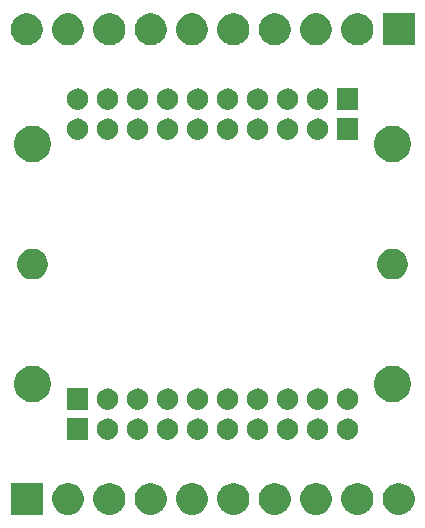
<source format=gbr>
G04 #@! TF.GenerationSoftware,KiCad,Pcbnew,5.1.5+dfsg1-2build2*
G04 #@! TF.CreationDate,2022-09-28T16:30:02-05:00*
G04 #@! TF.ProjectId,C12,4331322e-6b69-4636-9164-5f7063625858,rev?*
G04 #@! TF.SameCoordinates,Original*
G04 #@! TF.FileFunction,Soldermask,Top*
G04 #@! TF.FilePolarity,Negative*
%FSLAX46Y46*%
G04 Gerber Fmt 4.6, Leading zero omitted, Abs format (unit mm)*
G04 Created by KiCad (PCBNEW 5.1.5+dfsg1-2build2) date 2022-09-28 16:30:02*
%MOMM*%
%LPD*%
G04 APERTURE LIST*
%ADD10C,0.100000*%
G04 APERTURE END LIST*
D10*
G36*
X55194072Y-62708918D02*
G01*
X55439939Y-62810759D01*
X55661212Y-62958610D01*
X55849390Y-63146788D01*
X55997241Y-63368061D01*
X56099082Y-63613928D01*
X56151000Y-63874938D01*
X56151000Y-64141062D01*
X56099082Y-64402072D01*
X55997241Y-64647939D01*
X55849390Y-64869212D01*
X55661212Y-65057390D01*
X55439939Y-65205241D01*
X55439938Y-65205242D01*
X55439937Y-65205242D01*
X55194072Y-65307082D01*
X54933063Y-65359000D01*
X54666937Y-65359000D01*
X54405928Y-65307082D01*
X54160063Y-65205242D01*
X54160062Y-65205242D01*
X54160061Y-65205241D01*
X53938788Y-65057390D01*
X53750610Y-64869212D01*
X53602759Y-64647939D01*
X53500918Y-64402072D01*
X53449000Y-64141062D01*
X53449000Y-63874938D01*
X53500918Y-63613928D01*
X53602759Y-63368061D01*
X53750610Y-63146788D01*
X53938788Y-62958610D01*
X54160061Y-62810759D01*
X54405928Y-62708918D01*
X54666937Y-62657000D01*
X54933063Y-62657000D01*
X55194072Y-62708918D01*
G37*
G36*
X51694072Y-62708918D02*
G01*
X51939939Y-62810759D01*
X52161212Y-62958610D01*
X52349390Y-63146788D01*
X52497241Y-63368061D01*
X52599082Y-63613928D01*
X52651000Y-63874938D01*
X52651000Y-64141062D01*
X52599082Y-64402072D01*
X52497241Y-64647939D01*
X52349390Y-64869212D01*
X52161212Y-65057390D01*
X51939939Y-65205241D01*
X51939938Y-65205242D01*
X51939937Y-65205242D01*
X51694072Y-65307082D01*
X51433063Y-65359000D01*
X51166937Y-65359000D01*
X50905928Y-65307082D01*
X50660063Y-65205242D01*
X50660062Y-65205242D01*
X50660061Y-65205241D01*
X50438788Y-65057390D01*
X50250610Y-64869212D01*
X50102759Y-64647939D01*
X50000918Y-64402072D01*
X49949000Y-64141062D01*
X49949000Y-63874938D01*
X50000918Y-63613928D01*
X50102759Y-63368061D01*
X50250610Y-63146788D01*
X50438788Y-62958610D01*
X50660061Y-62810759D01*
X50905928Y-62708918D01*
X51166937Y-62657000D01*
X51433063Y-62657000D01*
X51694072Y-62708918D01*
G37*
G36*
X48194072Y-62708918D02*
G01*
X48439939Y-62810759D01*
X48661212Y-62958610D01*
X48849390Y-63146788D01*
X48997241Y-63368061D01*
X49099082Y-63613928D01*
X49151000Y-63874938D01*
X49151000Y-64141062D01*
X49099082Y-64402072D01*
X48997241Y-64647939D01*
X48849390Y-64869212D01*
X48661212Y-65057390D01*
X48439939Y-65205241D01*
X48439938Y-65205242D01*
X48439937Y-65205242D01*
X48194072Y-65307082D01*
X47933063Y-65359000D01*
X47666937Y-65359000D01*
X47405928Y-65307082D01*
X47160063Y-65205242D01*
X47160062Y-65205242D01*
X47160061Y-65205241D01*
X46938788Y-65057390D01*
X46750610Y-64869212D01*
X46602759Y-64647939D01*
X46500918Y-64402072D01*
X46449000Y-64141062D01*
X46449000Y-63874938D01*
X46500918Y-63613928D01*
X46602759Y-63368061D01*
X46750610Y-63146788D01*
X46938788Y-62958610D01*
X47160061Y-62810759D01*
X47405928Y-62708918D01*
X47666937Y-62657000D01*
X47933063Y-62657000D01*
X48194072Y-62708918D01*
G37*
G36*
X44694072Y-62708918D02*
G01*
X44939939Y-62810759D01*
X45161212Y-62958610D01*
X45349390Y-63146788D01*
X45497241Y-63368061D01*
X45599082Y-63613928D01*
X45651000Y-63874938D01*
X45651000Y-64141062D01*
X45599082Y-64402072D01*
X45497241Y-64647939D01*
X45349390Y-64869212D01*
X45161212Y-65057390D01*
X44939939Y-65205241D01*
X44939938Y-65205242D01*
X44939937Y-65205242D01*
X44694072Y-65307082D01*
X44433063Y-65359000D01*
X44166937Y-65359000D01*
X43905928Y-65307082D01*
X43660063Y-65205242D01*
X43660062Y-65205242D01*
X43660061Y-65205241D01*
X43438788Y-65057390D01*
X43250610Y-64869212D01*
X43102759Y-64647939D01*
X43000918Y-64402072D01*
X42949000Y-64141062D01*
X42949000Y-63874938D01*
X43000918Y-63613928D01*
X43102759Y-63368061D01*
X43250610Y-63146788D01*
X43438788Y-62958610D01*
X43660061Y-62810759D01*
X43905928Y-62708918D01*
X44166937Y-62657000D01*
X44433063Y-62657000D01*
X44694072Y-62708918D01*
G37*
G36*
X41194072Y-62708918D02*
G01*
X41439939Y-62810759D01*
X41661212Y-62958610D01*
X41849390Y-63146788D01*
X41997241Y-63368061D01*
X42099082Y-63613928D01*
X42151000Y-63874938D01*
X42151000Y-64141062D01*
X42099082Y-64402072D01*
X41997241Y-64647939D01*
X41849390Y-64869212D01*
X41661212Y-65057390D01*
X41439939Y-65205241D01*
X41439938Y-65205242D01*
X41439937Y-65205242D01*
X41194072Y-65307082D01*
X40933063Y-65359000D01*
X40666937Y-65359000D01*
X40405928Y-65307082D01*
X40160063Y-65205242D01*
X40160062Y-65205242D01*
X40160061Y-65205241D01*
X39938788Y-65057390D01*
X39750610Y-64869212D01*
X39602759Y-64647939D01*
X39500918Y-64402072D01*
X39449000Y-64141062D01*
X39449000Y-63874938D01*
X39500918Y-63613928D01*
X39602759Y-63368061D01*
X39750610Y-63146788D01*
X39938788Y-62958610D01*
X40160061Y-62810759D01*
X40405928Y-62708918D01*
X40666937Y-62657000D01*
X40933063Y-62657000D01*
X41194072Y-62708918D01*
G37*
G36*
X37694072Y-62708918D02*
G01*
X37939939Y-62810759D01*
X38161212Y-62958610D01*
X38349390Y-63146788D01*
X38497241Y-63368061D01*
X38599082Y-63613928D01*
X38651000Y-63874938D01*
X38651000Y-64141062D01*
X38599082Y-64402072D01*
X38497241Y-64647939D01*
X38349390Y-64869212D01*
X38161212Y-65057390D01*
X37939939Y-65205241D01*
X37939938Y-65205242D01*
X37939937Y-65205242D01*
X37694072Y-65307082D01*
X37433063Y-65359000D01*
X37166937Y-65359000D01*
X36905928Y-65307082D01*
X36660063Y-65205242D01*
X36660062Y-65205242D01*
X36660061Y-65205241D01*
X36438788Y-65057390D01*
X36250610Y-64869212D01*
X36102759Y-64647939D01*
X36000918Y-64402072D01*
X35949000Y-64141062D01*
X35949000Y-63874938D01*
X36000918Y-63613928D01*
X36102759Y-63368061D01*
X36250610Y-63146788D01*
X36438788Y-62958610D01*
X36660061Y-62810759D01*
X36905928Y-62708918D01*
X37166937Y-62657000D01*
X37433063Y-62657000D01*
X37694072Y-62708918D01*
G37*
G36*
X30694072Y-62708918D02*
G01*
X30939939Y-62810759D01*
X31161212Y-62958610D01*
X31349390Y-63146788D01*
X31497241Y-63368061D01*
X31599082Y-63613928D01*
X31651000Y-63874938D01*
X31651000Y-64141062D01*
X31599082Y-64402072D01*
X31497241Y-64647939D01*
X31349390Y-64869212D01*
X31161212Y-65057390D01*
X30939939Y-65205241D01*
X30939938Y-65205242D01*
X30939937Y-65205242D01*
X30694072Y-65307082D01*
X30433063Y-65359000D01*
X30166937Y-65359000D01*
X29905928Y-65307082D01*
X29660063Y-65205242D01*
X29660062Y-65205242D01*
X29660061Y-65205241D01*
X29438788Y-65057390D01*
X29250610Y-64869212D01*
X29102759Y-64647939D01*
X29000918Y-64402072D01*
X28949000Y-64141062D01*
X28949000Y-63874938D01*
X29000918Y-63613928D01*
X29102759Y-63368061D01*
X29250610Y-63146788D01*
X29438788Y-62958610D01*
X29660061Y-62810759D01*
X29905928Y-62708918D01*
X30166937Y-62657000D01*
X30433063Y-62657000D01*
X30694072Y-62708918D01*
G37*
G36*
X27194072Y-62708918D02*
G01*
X27439939Y-62810759D01*
X27661212Y-62958610D01*
X27849390Y-63146788D01*
X27997241Y-63368061D01*
X28099082Y-63613928D01*
X28151000Y-63874938D01*
X28151000Y-64141062D01*
X28099082Y-64402072D01*
X27997241Y-64647939D01*
X27849390Y-64869212D01*
X27661212Y-65057390D01*
X27439939Y-65205241D01*
X27439938Y-65205242D01*
X27439937Y-65205242D01*
X27194072Y-65307082D01*
X26933063Y-65359000D01*
X26666937Y-65359000D01*
X26405928Y-65307082D01*
X26160063Y-65205242D01*
X26160062Y-65205242D01*
X26160061Y-65205241D01*
X25938788Y-65057390D01*
X25750610Y-64869212D01*
X25602759Y-64647939D01*
X25500918Y-64402072D01*
X25449000Y-64141062D01*
X25449000Y-63874938D01*
X25500918Y-63613928D01*
X25602759Y-63368061D01*
X25750610Y-63146788D01*
X25938788Y-62958610D01*
X26160061Y-62810759D01*
X26405928Y-62708918D01*
X26666937Y-62657000D01*
X26933063Y-62657000D01*
X27194072Y-62708918D01*
G37*
G36*
X24651000Y-65359000D02*
G01*
X21949000Y-65359000D01*
X21949000Y-62657000D01*
X24651000Y-62657000D01*
X24651000Y-65359000D01*
G37*
G36*
X34194072Y-62708918D02*
G01*
X34439939Y-62810759D01*
X34661212Y-62958610D01*
X34849390Y-63146788D01*
X34997241Y-63368061D01*
X35099082Y-63613928D01*
X35151000Y-63874938D01*
X35151000Y-64141062D01*
X35099082Y-64402072D01*
X34997241Y-64647939D01*
X34849390Y-64869212D01*
X34661212Y-65057390D01*
X34439939Y-65205241D01*
X34439938Y-65205242D01*
X34439937Y-65205242D01*
X34194072Y-65307082D01*
X33933063Y-65359000D01*
X33666937Y-65359000D01*
X33405928Y-65307082D01*
X33160063Y-65205242D01*
X33160062Y-65205242D01*
X33160061Y-65205241D01*
X32938788Y-65057390D01*
X32750610Y-64869212D01*
X32602759Y-64647939D01*
X32500918Y-64402072D01*
X32449000Y-64141062D01*
X32449000Y-63874938D01*
X32500918Y-63613928D01*
X32602759Y-63368061D01*
X32750610Y-63146788D01*
X32938788Y-62958610D01*
X33160061Y-62810759D01*
X33405928Y-62708918D01*
X33666937Y-62657000D01*
X33933063Y-62657000D01*
X34194072Y-62708918D01*
G37*
G36*
X40433512Y-57203927D02*
G01*
X40582812Y-57233624D01*
X40746784Y-57301544D01*
X40894354Y-57400147D01*
X41019853Y-57525646D01*
X41118456Y-57673216D01*
X41186376Y-57837188D01*
X41221000Y-58011259D01*
X41221000Y-58188741D01*
X41186376Y-58362812D01*
X41118456Y-58526784D01*
X41019853Y-58674354D01*
X40894354Y-58799853D01*
X40746784Y-58898456D01*
X40582812Y-58966376D01*
X40433512Y-58996073D01*
X40408742Y-59001000D01*
X40231258Y-59001000D01*
X40206488Y-58996073D01*
X40057188Y-58966376D01*
X39893216Y-58898456D01*
X39745646Y-58799853D01*
X39620147Y-58674354D01*
X39521544Y-58526784D01*
X39453624Y-58362812D01*
X39419000Y-58188741D01*
X39419000Y-58011259D01*
X39453624Y-57837188D01*
X39521544Y-57673216D01*
X39620147Y-57525646D01*
X39745646Y-57400147D01*
X39893216Y-57301544D01*
X40057188Y-57233624D01*
X40206488Y-57203927D01*
X40231258Y-57199000D01*
X40408742Y-57199000D01*
X40433512Y-57203927D01*
G37*
G36*
X37893512Y-57203927D02*
G01*
X38042812Y-57233624D01*
X38206784Y-57301544D01*
X38354354Y-57400147D01*
X38479853Y-57525646D01*
X38578456Y-57673216D01*
X38646376Y-57837188D01*
X38681000Y-58011259D01*
X38681000Y-58188741D01*
X38646376Y-58362812D01*
X38578456Y-58526784D01*
X38479853Y-58674354D01*
X38354354Y-58799853D01*
X38206784Y-58898456D01*
X38042812Y-58966376D01*
X37893512Y-58996073D01*
X37868742Y-59001000D01*
X37691258Y-59001000D01*
X37666488Y-58996073D01*
X37517188Y-58966376D01*
X37353216Y-58898456D01*
X37205646Y-58799853D01*
X37080147Y-58674354D01*
X36981544Y-58526784D01*
X36913624Y-58362812D01*
X36879000Y-58188741D01*
X36879000Y-58011259D01*
X36913624Y-57837188D01*
X36981544Y-57673216D01*
X37080147Y-57525646D01*
X37205646Y-57400147D01*
X37353216Y-57301544D01*
X37517188Y-57233624D01*
X37666488Y-57203927D01*
X37691258Y-57199000D01*
X37868742Y-57199000D01*
X37893512Y-57203927D01*
G37*
G36*
X35353512Y-57203927D02*
G01*
X35502812Y-57233624D01*
X35666784Y-57301544D01*
X35814354Y-57400147D01*
X35939853Y-57525646D01*
X36038456Y-57673216D01*
X36106376Y-57837188D01*
X36141000Y-58011259D01*
X36141000Y-58188741D01*
X36106376Y-58362812D01*
X36038456Y-58526784D01*
X35939853Y-58674354D01*
X35814354Y-58799853D01*
X35666784Y-58898456D01*
X35502812Y-58966376D01*
X35353512Y-58996073D01*
X35328742Y-59001000D01*
X35151258Y-59001000D01*
X35126488Y-58996073D01*
X34977188Y-58966376D01*
X34813216Y-58898456D01*
X34665646Y-58799853D01*
X34540147Y-58674354D01*
X34441544Y-58526784D01*
X34373624Y-58362812D01*
X34339000Y-58188741D01*
X34339000Y-58011259D01*
X34373624Y-57837188D01*
X34441544Y-57673216D01*
X34540147Y-57525646D01*
X34665646Y-57400147D01*
X34813216Y-57301544D01*
X34977188Y-57233624D01*
X35126488Y-57203927D01*
X35151258Y-57199000D01*
X35328742Y-57199000D01*
X35353512Y-57203927D01*
G37*
G36*
X32813512Y-57203927D02*
G01*
X32962812Y-57233624D01*
X33126784Y-57301544D01*
X33274354Y-57400147D01*
X33399853Y-57525646D01*
X33498456Y-57673216D01*
X33566376Y-57837188D01*
X33601000Y-58011259D01*
X33601000Y-58188741D01*
X33566376Y-58362812D01*
X33498456Y-58526784D01*
X33399853Y-58674354D01*
X33274354Y-58799853D01*
X33126784Y-58898456D01*
X32962812Y-58966376D01*
X32813512Y-58996073D01*
X32788742Y-59001000D01*
X32611258Y-59001000D01*
X32586488Y-58996073D01*
X32437188Y-58966376D01*
X32273216Y-58898456D01*
X32125646Y-58799853D01*
X32000147Y-58674354D01*
X31901544Y-58526784D01*
X31833624Y-58362812D01*
X31799000Y-58188741D01*
X31799000Y-58011259D01*
X31833624Y-57837188D01*
X31901544Y-57673216D01*
X32000147Y-57525646D01*
X32125646Y-57400147D01*
X32273216Y-57301544D01*
X32437188Y-57233624D01*
X32586488Y-57203927D01*
X32611258Y-57199000D01*
X32788742Y-57199000D01*
X32813512Y-57203927D01*
G37*
G36*
X30273512Y-57203927D02*
G01*
X30422812Y-57233624D01*
X30586784Y-57301544D01*
X30734354Y-57400147D01*
X30859853Y-57525646D01*
X30958456Y-57673216D01*
X31026376Y-57837188D01*
X31061000Y-58011259D01*
X31061000Y-58188741D01*
X31026376Y-58362812D01*
X30958456Y-58526784D01*
X30859853Y-58674354D01*
X30734354Y-58799853D01*
X30586784Y-58898456D01*
X30422812Y-58966376D01*
X30273512Y-58996073D01*
X30248742Y-59001000D01*
X30071258Y-59001000D01*
X30046488Y-58996073D01*
X29897188Y-58966376D01*
X29733216Y-58898456D01*
X29585646Y-58799853D01*
X29460147Y-58674354D01*
X29361544Y-58526784D01*
X29293624Y-58362812D01*
X29259000Y-58188741D01*
X29259000Y-58011259D01*
X29293624Y-57837188D01*
X29361544Y-57673216D01*
X29460147Y-57525646D01*
X29585646Y-57400147D01*
X29733216Y-57301544D01*
X29897188Y-57233624D01*
X30046488Y-57203927D01*
X30071258Y-57199000D01*
X30248742Y-57199000D01*
X30273512Y-57203927D01*
G37*
G36*
X45513512Y-57203927D02*
G01*
X45662812Y-57233624D01*
X45826784Y-57301544D01*
X45974354Y-57400147D01*
X46099853Y-57525646D01*
X46198456Y-57673216D01*
X46266376Y-57837188D01*
X46301000Y-58011259D01*
X46301000Y-58188741D01*
X46266376Y-58362812D01*
X46198456Y-58526784D01*
X46099853Y-58674354D01*
X45974354Y-58799853D01*
X45826784Y-58898456D01*
X45662812Y-58966376D01*
X45513512Y-58996073D01*
X45488742Y-59001000D01*
X45311258Y-59001000D01*
X45286488Y-58996073D01*
X45137188Y-58966376D01*
X44973216Y-58898456D01*
X44825646Y-58799853D01*
X44700147Y-58674354D01*
X44601544Y-58526784D01*
X44533624Y-58362812D01*
X44499000Y-58188741D01*
X44499000Y-58011259D01*
X44533624Y-57837188D01*
X44601544Y-57673216D01*
X44700147Y-57525646D01*
X44825646Y-57400147D01*
X44973216Y-57301544D01*
X45137188Y-57233624D01*
X45286488Y-57203927D01*
X45311258Y-57199000D01*
X45488742Y-57199000D01*
X45513512Y-57203927D01*
G37*
G36*
X48053512Y-57203927D02*
G01*
X48202812Y-57233624D01*
X48366784Y-57301544D01*
X48514354Y-57400147D01*
X48639853Y-57525646D01*
X48738456Y-57673216D01*
X48806376Y-57837188D01*
X48841000Y-58011259D01*
X48841000Y-58188741D01*
X48806376Y-58362812D01*
X48738456Y-58526784D01*
X48639853Y-58674354D01*
X48514354Y-58799853D01*
X48366784Y-58898456D01*
X48202812Y-58966376D01*
X48053512Y-58996073D01*
X48028742Y-59001000D01*
X47851258Y-59001000D01*
X47826488Y-58996073D01*
X47677188Y-58966376D01*
X47513216Y-58898456D01*
X47365646Y-58799853D01*
X47240147Y-58674354D01*
X47141544Y-58526784D01*
X47073624Y-58362812D01*
X47039000Y-58188741D01*
X47039000Y-58011259D01*
X47073624Y-57837188D01*
X47141544Y-57673216D01*
X47240147Y-57525646D01*
X47365646Y-57400147D01*
X47513216Y-57301544D01*
X47677188Y-57233624D01*
X47826488Y-57203927D01*
X47851258Y-57199000D01*
X48028742Y-57199000D01*
X48053512Y-57203927D01*
G37*
G36*
X42973512Y-57203927D02*
G01*
X43122812Y-57233624D01*
X43286784Y-57301544D01*
X43434354Y-57400147D01*
X43559853Y-57525646D01*
X43658456Y-57673216D01*
X43726376Y-57837188D01*
X43761000Y-58011259D01*
X43761000Y-58188741D01*
X43726376Y-58362812D01*
X43658456Y-58526784D01*
X43559853Y-58674354D01*
X43434354Y-58799853D01*
X43286784Y-58898456D01*
X43122812Y-58966376D01*
X42973512Y-58996073D01*
X42948742Y-59001000D01*
X42771258Y-59001000D01*
X42746488Y-58996073D01*
X42597188Y-58966376D01*
X42433216Y-58898456D01*
X42285646Y-58799853D01*
X42160147Y-58674354D01*
X42061544Y-58526784D01*
X41993624Y-58362812D01*
X41959000Y-58188741D01*
X41959000Y-58011259D01*
X41993624Y-57837188D01*
X42061544Y-57673216D01*
X42160147Y-57525646D01*
X42285646Y-57400147D01*
X42433216Y-57301544D01*
X42597188Y-57233624D01*
X42746488Y-57203927D01*
X42771258Y-57199000D01*
X42948742Y-57199000D01*
X42973512Y-57203927D01*
G37*
G36*
X50593512Y-57203927D02*
G01*
X50742812Y-57233624D01*
X50906784Y-57301544D01*
X51054354Y-57400147D01*
X51179853Y-57525646D01*
X51278456Y-57673216D01*
X51346376Y-57837188D01*
X51381000Y-58011259D01*
X51381000Y-58188741D01*
X51346376Y-58362812D01*
X51278456Y-58526784D01*
X51179853Y-58674354D01*
X51054354Y-58799853D01*
X50906784Y-58898456D01*
X50742812Y-58966376D01*
X50593512Y-58996073D01*
X50568742Y-59001000D01*
X50391258Y-59001000D01*
X50366488Y-58996073D01*
X50217188Y-58966376D01*
X50053216Y-58898456D01*
X49905646Y-58799853D01*
X49780147Y-58674354D01*
X49681544Y-58526784D01*
X49613624Y-58362812D01*
X49579000Y-58188741D01*
X49579000Y-58011259D01*
X49613624Y-57837188D01*
X49681544Y-57673216D01*
X49780147Y-57525646D01*
X49905646Y-57400147D01*
X50053216Y-57301544D01*
X50217188Y-57233624D01*
X50366488Y-57203927D01*
X50391258Y-57199000D01*
X50568742Y-57199000D01*
X50593512Y-57203927D01*
G37*
G36*
X28521000Y-59001000D02*
G01*
X26719000Y-59001000D01*
X26719000Y-57199000D01*
X28521000Y-57199000D01*
X28521000Y-59001000D01*
G37*
G36*
X40433512Y-54663927D02*
G01*
X40582812Y-54693624D01*
X40746784Y-54761544D01*
X40894354Y-54860147D01*
X41019853Y-54985646D01*
X41118456Y-55133216D01*
X41186376Y-55297188D01*
X41221000Y-55471259D01*
X41221000Y-55648741D01*
X41186376Y-55822812D01*
X41118456Y-55986784D01*
X41019853Y-56134354D01*
X40894354Y-56259853D01*
X40746784Y-56358456D01*
X40582812Y-56426376D01*
X40433512Y-56456073D01*
X40408742Y-56461000D01*
X40231258Y-56461000D01*
X40206488Y-56456073D01*
X40057188Y-56426376D01*
X39893216Y-56358456D01*
X39745646Y-56259853D01*
X39620147Y-56134354D01*
X39521544Y-55986784D01*
X39453624Y-55822812D01*
X39419000Y-55648741D01*
X39419000Y-55471259D01*
X39453624Y-55297188D01*
X39521544Y-55133216D01*
X39620147Y-54985646D01*
X39745646Y-54860147D01*
X39893216Y-54761544D01*
X40057188Y-54693624D01*
X40206488Y-54663927D01*
X40231258Y-54659000D01*
X40408742Y-54659000D01*
X40433512Y-54663927D01*
G37*
G36*
X28521000Y-56461000D02*
G01*
X26719000Y-56461000D01*
X26719000Y-54659000D01*
X28521000Y-54659000D01*
X28521000Y-56461000D01*
G37*
G36*
X30273512Y-54663927D02*
G01*
X30422812Y-54693624D01*
X30586784Y-54761544D01*
X30734354Y-54860147D01*
X30859853Y-54985646D01*
X30958456Y-55133216D01*
X31026376Y-55297188D01*
X31061000Y-55471259D01*
X31061000Y-55648741D01*
X31026376Y-55822812D01*
X30958456Y-55986784D01*
X30859853Y-56134354D01*
X30734354Y-56259853D01*
X30586784Y-56358456D01*
X30422812Y-56426376D01*
X30273512Y-56456073D01*
X30248742Y-56461000D01*
X30071258Y-56461000D01*
X30046488Y-56456073D01*
X29897188Y-56426376D01*
X29733216Y-56358456D01*
X29585646Y-56259853D01*
X29460147Y-56134354D01*
X29361544Y-55986784D01*
X29293624Y-55822812D01*
X29259000Y-55648741D01*
X29259000Y-55471259D01*
X29293624Y-55297188D01*
X29361544Y-55133216D01*
X29460147Y-54985646D01*
X29585646Y-54860147D01*
X29733216Y-54761544D01*
X29897188Y-54693624D01*
X30046488Y-54663927D01*
X30071258Y-54659000D01*
X30248742Y-54659000D01*
X30273512Y-54663927D01*
G37*
G36*
X32813512Y-54663927D02*
G01*
X32962812Y-54693624D01*
X33126784Y-54761544D01*
X33274354Y-54860147D01*
X33399853Y-54985646D01*
X33498456Y-55133216D01*
X33566376Y-55297188D01*
X33601000Y-55471259D01*
X33601000Y-55648741D01*
X33566376Y-55822812D01*
X33498456Y-55986784D01*
X33399853Y-56134354D01*
X33274354Y-56259853D01*
X33126784Y-56358456D01*
X32962812Y-56426376D01*
X32813512Y-56456073D01*
X32788742Y-56461000D01*
X32611258Y-56461000D01*
X32586488Y-56456073D01*
X32437188Y-56426376D01*
X32273216Y-56358456D01*
X32125646Y-56259853D01*
X32000147Y-56134354D01*
X31901544Y-55986784D01*
X31833624Y-55822812D01*
X31799000Y-55648741D01*
X31799000Y-55471259D01*
X31833624Y-55297188D01*
X31901544Y-55133216D01*
X32000147Y-54985646D01*
X32125646Y-54860147D01*
X32273216Y-54761544D01*
X32437188Y-54693624D01*
X32586488Y-54663927D01*
X32611258Y-54659000D01*
X32788742Y-54659000D01*
X32813512Y-54663927D01*
G37*
G36*
X35353512Y-54663927D02*
G01*
X35502812Y-54693624D01*
X35666784Y-54761544D01*
X35814354Y-54860147D01*
X35939853Y-54985646D01*
X36038456Y-55133216D01*
X36106376Y-55297188D01*
X36141000Y-55471259D01*
X36141000Y-55648741D01*
X36106376Y-55822812D01*
X36038456Y-55986784D01*
X35939853Y-56134354D01*
X35814354Y-56259853D01*
X35666784Y-56358456D01*
X35502812Y-56426376D01*
X35353512Y-56456073D01*
X35328742Y-56461000D01*
X35151258Y-56461000D01*
X35126488Y-56456073D01*
X34977188Y-56426376D01*
X34813216Y-56358456D01*
X34665646Y-56259853D01*
X34540147Y-56134354D01*
X34441544Y-55986784D01*
X34373624Y-55822812D01*
X34339000Y-55648741D01*
X34339000Y-55471259D01*
X34373624Y-55297188D01*
X34441544Y-55133216D01*
X34540147Y-54985646D01*
X34665646Y-54860147D01*
X34813216Y-54761544D01*
X34977188Y-54693624D01*
X35126488Y-54663927D01*
X35151258Y-54659000D01*
X35328742Y-54659000D01*
X35353512Y-54663927D01*
G37*
G36*
X37893512Y-54663927D02*
G01*
X38042812Y-54693624D01*
X38206784Y-54761544D01*
X38354354Y-54860147D01*
X38479853Y-54985646D01*
X38578456Y-55133216D01*
X38646376Y-55297188D01*
X38681000Y-55471259D01*
X38681000Y-55648741D01*
X38646376Y-55822812D01*
X38578456Y-55986784D01*
X38479853Y-56134354D01*
X38354354Y-56259853D01*
X38206784Y-56358456D01*
X38042812Y-56426376D01*
X37893512Y-56456073D01*
X37868742Y-56461000D01*
X37691258Y-56461000D01*
X37666488Y-56456073D01*
X37517188Y-56426376D01*
X37353216Y-56358456D01*
X37205646Y-56259853D01*
X37080147Y-56134354D01*
X36981544Y-55986784D01*
X36913624Y-55822812D01*
X36879000Y-55648741D01*
X36879000Y-55471259D01*
X36913624Y-55297188D01*
X36981544Y-55133216D01*
X37080147Y-54985646D01*
X37205646Y-54860147D01*
X37353216Y-54761544D01*
X37517188Y-54693624D01*
X37666488Y-54663927D01*
X37691258Y-54659000D01*
X37868742Y-54659000D01*
X37893512Y-54663927D01*
G37*
G36*
X42973512Y-54663927D02*
G01*
X43122812Y-54693624D01*
X43286784Y-54761544D01*
X43434354Y-54860147D01*
X43559853Y-54985646D01*
X43658456Y-55133216D01*
X43726376Y-55297188D01*
X43761000Y-55471259D01*
X43761000Y-55648741D01*
X43726376Y-55822812D01*
X43658456Y-55986784D01*
X43559853Y-56134354D01*
X43434354Y-56259853D01*
X43286784Y-56358456D01*
X43122812Y-56426376D01*
X42973512Y-56456073D01*
X42948742Y-56461000D01*
X42771258Y-56461000D01*
X42746488Y-56456073D01*
X42597188Y-56426376D01*
X42433216Y-56358456D01*
X42285646Y-56259853D01*
X42160147Y-56134354D01*
X42061544Y-55986784D01*
X41993624Y-55822812D01*
X41959000Y-55648741D01*
X41959000Y-55471259D01*
X41993624Y-55297188D01*
X42061544Y-55133216D01*
X42160147Y-54985646D01*
X42285646Y-54860147D01*
X42433216Y-54761544D01*
X42597188Y-54693624D01*
X42746488Y-54663927D01*
X42771258Y-54659000D01*
X42948742Y-54659000D01*
X42973512Y-54663927D01*
G37*
G36*
X45513512Y-54663927D02*
G01*
X45662812Y-54693624D01*
X45826784Y-54761544D01*
X45974354Y-54860147D01*
X46099853Y-54985646D01*
X46198456Y-55133216D01*
X46266376Y-55297188D01*
X46301000Y-55471259D01*
X46301000Y-55648741D01*
X46266376Y-55822812D01*
X46198456Y-55986784D01*
X46099853Y-56134354D01*
X45974354Y-56259853D01*
X45826784Y-56358456D01*
X45662812Y-56426376D01*
X45513512Y-56456073D01*
X45488742Y-56461000D01*
X45311258Y-56461000D01*
X45286488Y-56456073D01*
X45137188Y-56426376D01*
X44973216Y-56358456D01*
X44825646Y-56259853D01*
X44700147Y-56134354D01*
X44601544Y-55986784D01*
X44533624Y-55822812D01*
X44499000Y-55648741D01*
X44499000Y-55471259D01*
X44533624Y-55297188D01*
X44601544Y-55133216D01*
X44700147Y-54985646D01*
X44825646Y-54860147D01*
X44973216Y-54761544D01*
X45137188Y-54693624D01*
X45286488Y-54663927D01*
X45311258Y-54659000D01*
X45488742Y-54659000D01*
X45513512Y-54663927D01*
G37*
G36*
X48053512Y-54663927D02*
G01*
X48202812Y-54693624D01*
X48366784Y-54761544D01*
X48514354Y-54860147D01*
X48639853Y-54985646D01*
X48738456Y-55133216D01*
X48806376Y-55297188D01*
X48841000Y-55471259D01*
X48841000Y-55648741D01*
X48806376Y-55822812D01*
X48738456Y-55986784D01*
X48639853Y-56134354D01*
X48514354Y-56259853D01*
X48366784Y-56358456D01*
X48202812Y-56426376D01*
X48053512Y-56456073D01*
X48028742Y-56461000D01*
X47851258Y-56461000D01*
X47826488Y-56456073D01*
X47677188Y-56426376D01*
X47513216Y-56358456D01*
X47365646Y-56259853D01*
X47240147Y-56134354D01*
X47141544Y-55986784D01*
X47073624Y-55822812D01*
X47039000Y-55648741D01*
X47039000Y-55471259D01*
X47073624Y-55297188D01*
X47141544Y-55133216D01*
X47240147Y-54985646D01*
X47365646Y-54860147D01*
X47513216Y-54761544D01*
X47677188Y-54693624D01*
X47826488Y-54663927D01*
X47851258Y-54659000D01*
X48028742Y-54659000D01*
X48053512Y-54663927D01*
G37*
G36*
X50593512Y-54663927D02*
G01*
X50742812Y-54693624D01*
X50906784Y-54761544D01*
X51054354Y-54860147D01*
X51179853Y-54985646D01*
X51278456Y-55133216D01*
X51346376Y-55297188D01*
X51381000Y-55471259D01*
X51381000Y-55648741D01*
X51346376Y-55822812D01*
X51278456Y-55986784D01*
X51179853Y-56134354D01*
X51054354Y-56259853D01*
X50906784Y-56358456D01*
X50742812Y-56426376D01*
X50593512Y-56456073D01*
X50568742Y-56461000D01*
X50391258Y-56461000D01*
X50366488Y-56456073D01*
X50217188Y-56426376D01*
X50053216Y-56358456D01*
X49905646Y-56259853D01*
X49780147Y-56134354D01*
X49681544Y-55986784D01*
X49613624Y-55822812D01*
X49579000Y-55648741D01*
X49579000Y-55471259D01*
X49613624Y-55297188D01*
X49681544Y-55133216D01*
X49780147Y-54985646D01*
X49905646Y-54860147D01*
X50053216Y-54761544D01*
X50217188Y-54693624D01*
X50366488Y-54663927D01*
X50391258Y-54659000D01*
X50568742Y-54659000D01*
X50593512Y-54663927D01*
G37*
G36*
X24112585Y-52768802D02*
G01*
X24262410Y-52798604D01*
X24544674Y-52915521D01*
X24798705Y-53085259D01*
X25014741Y-53301295D01*
X25184479Y-53555326D01*
X25301396Y-53837590D01*
X25361000Y-54137240D01*
X25361000Y-54442760D01*
X25301396Y-54742410D01*
X25184479Y-55024674D01*
X25014741Y-55278705D01*
X24798705Y-55494741D01*
X24544674Y-55664479D01*
X24262410Y-55781396D01*
X24112585Y-55811198D01*
X23962761Y-55841000D01*
X23657239Y-55841000D01*
X23507415Y-55811198D01*
X23357590Y-55781396D01*
X23075326Y-55664479D01*
X22821295Y-55494741D01*
X22605259Y-55278705D01*
X22435521Y-55024674D01*
X22318604Y-54742410D01*
X22259000Y-54442760D01*
X22259000Y-54137240D01*
X22318604Y-53837590D01*
X22435521Y-53555326D01*
X22605259Y-53301295D01*
X22821295Y-53085259D01*
X23075326Y-52915521D01*
X23357590Y-52798604D01*
X23507415Y-52768802D01*
X23657239Y-52739000D01*
X23962761Y-52739000D01*
X24112585Y-52768802D01*
G37*
G36*
X54592585Y-52768802D02*
G01*
X54742410Y-52798604D01*
X55024674Y-52915521D01*
X55278705Y-53085259D01*
X55494741Y-53301295D01*
X55664479Y-53555326D01*
X55781396Y-53837590D01*
X55841000Y-54137240D01*
X55841000Y-54442760D01*
X55781396Y-54742410D01*
X55664479Y-55024674D01*
X55494741Y-55278705D01*
X55278705Y-55494741D01*
X55024674Y-55664479D01*
X54742410Y-55781396D01*
X54592585Y-55811198D01*
X54442761Y-55841000D01*
X54137239Y-55841000D01*
X53987415Y-55811198D01*
X53837590Y-55781396D01*
X53555326Y-55664479D01*
X53301295Y-55494741D01*
X53085259Y-55278705D01*
X52915521Y-55024674D01*
X52798604Y-54742410D01*
X52739000Y-54442760D01*
X52739000Y-54137240D01*
X52798604Y-53837590D01*
X52915521Y-53555326D01*
X53085259Y-53301295D01*
X53301295Y-53085259D01*
X53555326Y-52915521D01*
X53837590Y-52798604D01*
X53987415Y-52768802D01*
X54137239Y-52739000D01*
X54442761Y-52739000D01*
X54592585Y-52768802D01*
G37*
G36*
X24189393Y-42879304D02*
G01*
X24426101Y-42977352D01*
X24426103Y-42977353D01*
X24639135Y-43119696D01*
X24820304Y-43300865D01*
X24962647Y-43513897D01*
X24962648Y-43513899D01*
X25060696Y-43750607D01*
X25110680Y-44001893D01*
X25110680Y-44258107D01*
X25060696Y-44509393D01*
X24962648Y-44746101D01*
X24962647Y-44746103D01*
X24820304Y-44959135D01*
X24639135Y-45140304D01*
X24426103Y-45282647D01*
X24426102Y-45282648D01*
X24426101Y-45282648D01*
X24189393Y-45380696D01*
X23938107Y-45430680D01*
X23681893Y-45430680D01*
X23430607Y-45380696D01*
X23193899Y-45282648D01*
X23193898Y-45282648D01*
X23193897Y-45282647D01*
X22980865Y-45140304D01*
X22799696Y-44959135D01*
X22657353Y-44746103D01*
X22657352Y-44746101D01*
X22559304Y-44509393D01*
X22509320Y-44258107D01*
X22509320Y-44001893D01*
X22559304Y-43750607D01*
X22657352Y-43513899D01*
X22657353Y-43513897D01*
X22799696Y-43300865D01*
X22980865Y-43119696D01*
X23193897Y-42977353D01*
X23193899Y-42977352D01*
X23430607Y-42879304D01*
X23681893Y-42829320D01*
X23938107Y-42829320D01*
X24189393Y-42879304D01*
G37*
G36*
X54669393Y-42879304D02*
G01*
X54906101Y-42977352D01*
X54906103Y-42977353D01*
X55119135Y-43119696D01*
X55300304Y-43300865D01*
X55442647Y-43513897D01*
X55442648Y-43513899D01*
X55540696Y-43750607D01*
X55590680Y-44001893D01*
X55590680Y-44258107D01*
X55540696Y-44509393D01*
X55442648Y-44746101D01*
X55442647Y-44746103D01*
X55300304Y-44959135D01*
X55119135Y-45140304D01*
X54906103Y-45282647D01*
X54906102Y-45282648D01*
X54906101Y-45282648D01*
X54669393Y-45380696D01*
X54418107Y-45430680D01*
X54161893Y-45430680D01*
X53910607Y-45380696D01*
X53673899Y-45282648D01*
X53673898Y-45282648D01*
X53673897Y-45282647D01*
X53460865Y-45140304D01*
X53279696Y-44959135D01*
X53137353Y-44746103D01*
X53137352Y-44746101D01*
X53039304Y-44509393D01*
X52989320Y-44258107D01*
X52989320Y-44001893D01*
X53039304Y-43750607D01*
X53137352Y-43513899D01*
X53137353Y-43513897D01*
X53279696Y-43300865D01*
X53460865Y-43119696D01*
X53673897Y-42977353D01*
X53673899Y-42977352D01*
X53910607Y-42879304D01*
X54161893Y-42829320D01*
X54418107Y-42829320D01*
X54669393Y-42879304D01*
G37*
G36*
X54592585Y-32448802D02*
G01*
X54742410Y-32478604D01*
X55024674Y-32595521D01*
X55278705Y-32765259D01*
X55494741Y-32981295D01*
X55664479Y-33235326D01*
X55781396Y-33517590D01*
X55841000Y-33817240D01*
X55841000Y-34122760D01*
X55781396Y-34422410D01*
X55664479Y-34704674D01*
X55494741Y-34958705D01*
X55278705Y-35174741D01*
X55024674Y-35344479D01*
X54742410Y-35461396D01*
X54592585Y-35491198D01*
X54442761Y-35521000D01*
X54137239Y-35521000D01*
X53987415Y-35491198D01*
X53837590Y-35461396D01*
X53555326Y-35344479D01*
X53301295Y-35174741D01*
X53085259Y-34958705D01*
X52915521Y-34704674D01*
X52798604Y-34422410D01*
X52739000Y-34122760D01*
X52739000Y-33817240D01*
X52798604Y-33517590D01*
X52915521Y-33235326D01*
X53085259Y-32981295D01*
X53301295Y-32765259D01*
X53555326Y-32595521D01*
X53837590Y-32478604D01*
X53987415Y-32448802D01*
X54137239Y-32419000D01*
X54442761Y-32419000D01*
X54592585Y-32448802D01*
G37*
G36*
X24112585Y-32448802D02*
G01*
X24262410Y-32478604D01*
X24544674Y-32595521D01*
X24798705Y-32765259D01*
X25014741Y-32981295D01*
X25184479Y-33235326D01*
X25301396Y-33517590D01*
X25361000Y-33817240D01*
X25361000Y-34122760D01*
X25301396Y-34422410D01*
X25184479Y-34704674D01*
X25014741Y-34958705D01*
X24798705Y-35174741D01*
X24544674Y-35344479D01*
X24262410Y-35461396D01*
X24112585Y-35491198D01*
X23962761Y-35521000D01*
X23657239Y-35521000D01*
X23507415Y-35491198D01*
X23357590Y-35461396D01*
X23075326Y-35344479D01*
X22821295Y-35174741D01*
X22605259Y-34958705D01*
X22435521Y-34704674D01*
X22318604Y-34422410D01*
X22259000Y-34122760D01*
X22259000Y-33817240D01*
X22318604Y-33517590D01*
X22435521Y-33235326D01*
X22605259Y-32981295D01*
X22821295Y-32765259D01*
X23075326Y-32595521D01*
X23357590Y-32478604D01*
X23507415Y-32448802D01*
X23657239Y-32419000D01*
X23962761Y-32419000D01*
X24112585Y-32448802D01*
G37*
G36*
X42973512Y-31803927D02*
G01*
X43122812Y-31833624D01*
X43286784Y-31901544D01*
X43434354Y-32000147D01*
X43559853Y-32125646D01*
X43658456Y-32273216D01*
X43726376Y-32437188D01*
X43761000Y-32611259D01*
X43761000Y-32788741D01*
X43726376Y-32962812D01*
X43658456Y-33126784D01*
X43559853Y-33274354D01*
X43434354Y-33399853D01*
X43286784Y-33498456D01*
X43122812Y-33566376D01*
X42973512Y-33596073D01*
X42948742Y-33601000D01*
X42771258Y-33601000D01*
X42746488Y-33596073D01*
X42597188Y-33566376D01*
X42433216Y-33498456D01*
X42285646Y-33399853D01*
X42160147Y-33274354D01*
X42061544Y-33126784D01*
X41993624Y-32962812D01*
X41959000Y-32788741D01*
X41959000Y-32611259D01*
X41993624Y-32437188D01*
X42061544Y-32273216D01*
X42160147Y-32125646D01*
X42285646Y-32000147D01*
X42433216Y-31901544D01*
X42597188Y-31833624D01*
X42746488Y-31803927D01*
X42771258Y-31799000D01*
X42948742Y-31799000D01*
X42973512Y-31803927D01*
G37*
G36*
X51381000Y-33601000D02*
G01*
X49579000Y-33601000D01*
X49579000Y-31799000D01*
X51381000Y-31799000D01*
X51381000Y-33601000D01*
G37*
G36*
X48053512Y-31803927D02*
G01*
X48202812Y-31833624D01*
X48366784Y-31901544D01*
X48514354Y-32000147D01*
X48639853Y-32125646D01*
X48738456Y-32273216D01*
X48806376Y-32437188D01*
X48841000Y-32611259D01*
X48841000Y-32788741D01*
X48806376Y-32962812D01*
X48738456Y-33126784D01*
X48639853Y-33274354D01*
X48514354Y-33399853D01*
X48366784Y-33498456D01*
X48202812Y-33566376D01*
X48053512Y-33596073D01*
X48028742Y-33601000D01*
X47851258Y-33601000D01*
X47826488Y-33596073D01*
X47677188Y-33566376D01*
X47513216Y-33498456D01*
X47365646Y-33399853D01*
X47240147Y-33274354D01*
X47141544Y-33126784D01*
X47073624Y-32962812D01*
X47039000Y-32788741D01*
X47039000Y-32611259D01*
X47073624Y-32437188D01*
X47141544Y-32273216D01*
X47240147Y-32125646D01*
X47365646Y-32000147D01*
X47513216Y-31901544D01*
X47677188Y-31833624D01*
X47826488Y-31803927D01*
X47851258Y-31799000D01*
X48028742Y-31799000D01*
X48053512Y-31803927D01*
G37*
G36*
X45513512Y-31803927D02*
G01*
X45662812Y-31833624D01*
X45826784Y-31901544D01*
X45974354Y-32000147D01*
X46099853Y-32125646D01*
X46198456Y-32273216D01*
X46266376Y-32437188D01*
X46301000Y-32611259D01*
X46301000Y-32788741D01*
X46266376Y-32962812D01*
X46198456Y-33126784D01*
X46099853Y-33274354D01*
X45974354Y-33399853D01*
X45826784Y-33498456D01*
X45662812Y-33566376D01*
X45513512Y-33596073D01*
X45488742Y-33601000D01*
X45311258Y-33601000D01*
X45286488Y-33596073D01*
X45137188Y-33566376D01*
X44973216Y-33498456D01*
X44825646Y-33399853D01*
X44700147Y-33274354D01*
X44601544Y-33126784D01*
X44533624Y-32962812D01*
X44499000Y-32788741D01*
X44499000Y-32611259D01*
X44533624Y-32437188D01*
X44601544Y-32273216D01*
X44700147Y-32125646D01*
X44825646Y-32000147D01*
X44973216Y-31901544D01*
X45137188Y-31833624D01*
X45286488Y-31803927D01*
X45311258Y-31799000D01*
X45488742Y-31799000D01*
X45513512Y-31803927D01*
G37*
G36*
X40433512Y-31803927D02*
G01*
X40582812Y-31833624D01*
X40746784Y-31901544D01*
X40894354Y-32000147D01*
X41019853Y-32125646D01*
X41118456Y-32273216D01*
X41186376Y-32437188D01*
X41221000Y-32611259D01*
X41221000Y-32788741D01*
X41186376Y-32962812D01*
X41118456Y-33126784D01*
X41019853Y-33274354D01*
X40894354Y-33399853D01*
X40746784Y-33498456D01*
X40582812Y-33566376D01*
X40433512Y-33596073D01*
X40408742Y-33601000D01*
X40231258Y-33601000D01*
X40206488Y-33596073D01*
X40057188Y-33566376D01*
X39893216Y-33498456D01*
X39745646Y-33399853D01*
X39620147Y-33274354D01*
X39521544Y-33126784D01*
X39453624Y-32962812D01*
X39419000Y-32788741D01*
X39419000Y-32611259D01*
X39453624Y-32437188D01*
X39521544Y-32273216D01*
X39620147Y-32125646D01*
X39745646Y-32000147D01*
X39893216Y-31901544D01*
X40057188Y-31833624D01*
X40206488Y-31803927D01*
X40231258Y-31799000D01*
X40408742Y-31799000D01*
X40433512Y-31803927D01*
G37*
G36*
X37893512Y-31803927D02*
G01*
X38042812Y-31833624D01*
X38206784Y-31901544D01*
X38354354Y-32000147D01*
X38479853Y-32125646D01*
X38578456Y-32273216D01*
X38646376Y-32437188D01*
X38681000Y-32611259D01*
X38681000Y-32788741D01*
X38646376Y-32962812D01*
X38578456Y-33126784D01*
X38479853Y-33274354D01*
X38354354Y-33399853D01*
X38206784Y-33498456D01*
X38042812Y-33566376D01*
X37893512Y-33596073D01*
X37868742Y-33601000D01*
X37691258Y-33601000D01*
X37666488Y-33596073D01*
X37517188Y-33566376D01*
X37353216Y-33498456D01*
X37205646Y-33399853D01*
X37080147Y-33274354D01*
X36981544Y-33126784D01*
X36913624Y-32962812D01*
X36879000Y-32788741D01*
X36879000Y-32611259D01*
X36913624Y-32437188D01*
X36981544Y-32273216D01*
X37080147Y-32125646D01*
X37205646Y-32000147D01*
X37353216Y-31901544D01*
X37517188Y-31833624D01*
X37666488Y-31803927D01*
X37691258Y-31799000D01*
X37868742Y-31799000D01*
X37893512Y-31803927D01*
G37*
G36*
X35353512Y-31803927D02*
G01*
X35502812Y-31833624D01*
X35666784Y-31901544D01*
X35814354Y-32000147D01*
X35939853Y-32125646D01*
X36038456Y-32273216D01*
X36106376Y-32437188D01*
X36141000Y-32611259D01*
X36141000Y-32788741D01*
X36106376Y-32962812D01*
X36038456Y-33126784D01*
X35939853Y-33274354D01*
X35814354Y-33399853D01*
X35666784Y-33498456D01*
X35502812Y-33566376D01*
X35353512Y-33596073D01*
X35328742Y-33601000D01*
X35151258Y-33601000D01*
X35126488Y-33596073D01*
X34977188Y-33566376D01*
X34813216Y-33498456D01*
X34665646Y-33399853D01*
X34540147Y-33274354D01*
X34441544Y-33126784D01*
X34373624Y-32962812D01*
X34339000Y-32788741D01*
X34339000Y-32611259D01*
X34373624Y-32437188D01*
X34441544Y-32273216D01*
X34540147Y-32125646D01*
X34665646Y-32000147D01*
X34813216Y-31901544D01*
X34977188Y-31833624D01*
X35126488Y-31803927D01*
X35151258Y-31799000D01*
X35328742Y-31799000D01*
X35353512Y-31803927D01*
G37*
G36*
X32813512Y-31803927D02*
G01*
X32962812Y-31833624D01*
X33126784Y-31901544D01*
X33274354Y-32000147D01*
X33399853Y-32125646D01*
X33498456Y-32273216D01*
X33566376Y-32437188D01*
X33601000Y-32611259D01*
X33601000Y-32788741D01*
X33566376Y-32962812D01*
X33498456Y-33126784D01*
X33399853Y-33274354D01*
X33274354Y-33399853D01*
X33126784Y-33498456D01*
X32962812Y-33566376D01*
X32813512Y-33596073D01*
X32788742Y-33601000D01*
X32611258Y-33601000D01*
X32586488Y-33596073D01*
X32437188Y-33566376D01*
X32273216Y-33498456D01*
X32125646Y-33399853D01*
X32000147Y-33274354D01*
X31901544Y-33126784D01*
X31833624Y-32962812D01*
X31799000Y-32788741D01*
X31799000Y-32611259D01*
X31833624Y-32437188D01*
X31901544Y-32273216D01*
X32000147Y-32125646D01*
X32125646Y-32000147D01*
X32273216Y-31901544D01*
X32437188Y-31833624D01*
X32586488Y-31803927D01*
X32611258Y-31799000D01*
X32788742Y-31799000D01*
X32813512Y-31803927D01*
G37*
G36*
X30273512Y-31803927D02*
G01*
X30422812Y-31833624D01*
X30586784Y-31901544D01*
X30734354Y-32000147D01*
X30859853Y-32125646D01*
X30958456Y-32273216D01*
X31026376Y-32437188D01*
X31061000Y-32611259D01*
X31061000Y-32788741D01*
X31026376Y-32962812D01*
X30958456Y-33126784D01*
X30859853Y-33274354D01*
X30734354Y-33399853D01*
X30586784Y-33498456D01*
X30422812Y-33566376D01*
X30273512Y-33596073D01*
X30248742Y-33601000D01*
X30071258Y-33601000D01*
X30046488Y-33596073D01*
X29897188Y-33566376D01*
X29733216Y-33498456D01*
X29585646Y-33399853D01*
X29460147Y-33274354D01*
X29361544Y-33126784D01*
X29293624Y-32962812D01*
X29259000Y-32788741D01*
X29259000Y-32611259D01*
X29293624Y-32437188D01*
X29361544Y-32273216D01*
X29460147Y-32125646D01*
X29585646Y-32000147D01*
X29733216Y-31901544D01*
X29897188Y-31833624D01*
X30046488Y-31803927D01*
X30071258Y-31799000D01*
X30248742Y-31799000D01*
X30273512Y-31803927D01*
G37*
G36*
X27733512Y-31803927D02*
G01*
X27882812Y-31833624D01*
X28046784Y-31901544D01*
X28194354Y-32000147D01*
X28319853Y-32125646D01*
X28418456Y-32273216D01*
X28486376Y-32437188D01*
X28521000Y-32611259D01*
X28521000Y-32788741D01*
X28486376Y-32962812D01*
X28418456Y-33126784D01*
X28319853Y-33274354D01*
X28194354Y-33399853D01*
X28046784Y-33498456D01*
X27882812Y-33566376D01*
X27733512Y-33596073D01*
X27708742Y-33601000D01*
X27531258Y-33601000D01*
X27506488Y-33596073D01*
X27357188Y-33566376D01*
X27193216Y-33498456D01*
X27045646Y-33399853D01*
X26920147Y-33274354D01*
X26821544Y-33126784D01*
X26753624Y-32962812D01*
X26719000Y-32788741D01*
X26719000Y-32611259D01*
X26753624Y-32437188D01*
X26821544Y-32273216D01*
X26920147Y-32125646D01*
X27045646Y-32000147D01*
X27193216Y-31901544D01*
X27357188Y-31833624D01*
X27506488Y-31803927D01*
X27531258Y-31799000D01*
X27708742Y-31799000D01*
X27733512Y-31803927D01*
G37*
G36*
X45513512Y-29263927D02*
G01*
X45662812Y-29293624D01*
X45826784Y-29361544D01*
X45974354Y-29460147D01*
X46099853Y-29585646D01*
X46198456Y-29733216D01*
X46266376Y-29897188D01*
X46301000Y-30071259D01*
X46301000Y-30248741D01*
X46266376Y-30422812D01*
X46198456Y-30586784D01*
X46099853Y-30734354D01*
X45974354Y-30859853D01*
X45826784Y-30958456D01*
X45662812Y-31026376D01*
X45513512Y-31056073D01*
X45488742Y-31061000D01*
X45311258Y-31061000D01*
X45286488Y-31056073D01*
X45137188Y-31026376D01*
X44973216Y-30958456D01*
X44825646Y-30859853D01*
X44700147Y-30734354D01*
X44601544Y-30586784D01*
X44533624Y-30422812D01*
X44499000Y-30248741D01*
X44499000Y-30071259D01*
X44533624Y-29897188D01*
X44601544Y-29733216D01*
X44700147Y-29585646D01*
X44825646Y-29460147D01*
X44973216Y-29361544D01*
X45137188Y-29293624D01*
X45286488Y-29263927D01*
X45311258Y-29259000D01*
X45488742Y-29259000D01*
X45513512Y-29263927D01*
G37*
G36*
X37893512Y-29263927D02*
G01*
X38042812Y-29293624D01*
X38206784Y-29361544D01*
X38354354Y-29460147D01*
X38479853Y-29585646D01*
X38578456Y-29733216D01*
X38646376Y-29897188D01*
X38681000Y-30071259D01*
X38681000Y-30248741D01*
X38646376Y-30422812D01*
X38578456Y-30586784D01*
X38479853Y-30734354D01*
X38354354Y-30859853D01*
X38206784Y-30958456D01*
X38042812Y-31026376D01*
X37893512Y-31056073D01*
X37868742Y-31061000D01*
X37691258Y-31061000D01*
X37666488Y-31056073D01*
X37517188Y-31026376D01*
X37353216Y-30958456D01*
X37205646Y-30859853D01*
X37080147Y-30734354D01*
X36981544Y-30586784D01*
X36913624Y-30422812D01*
X36879000Y-30248741D01*
X36879000Y-30071259D01*
X36913624Y-29897188D01*
X36981544Y-29733216D01*
X37080147Y-29585646D01*
X37205646Y-29460147D01*
X37353216Y-29361544D01*
X37517188Y-29293624D01*
X37666488Y-29263927D01*
X37691258Y-29259000D01*
X37868742Y-29259000D01*
X37893512Y-29263927D01*
G37*
G36*
X27733512Y-29263927D02*
G01*
X27882812Y-29293624D01*
X28046784Y-29361544D01*
X28194354Y-29460147D01*
X28319853Y-29585646D01*
X28418456Y-29733216D01*
X28486376Y-29897188D01*
X28521000Y-30071259D01*
X28521000Y-30248741D01*
X28486376Y-30422812D01*
X28418456Y-30586784D01*
X28319853Y-30734354D01*
X28194354Y-30859853D01*
X28046784Y-30958456D01*
X27882812Y-31026376D01*
X27733512Y-31056073D01*
X27708742Y-31061000D01*
X27531258Y-31061000D01*
X27506488Y-31056073D01*
X27357188Y-31026376D01*
X27193216Y-30958456D01*
X27045646Y-30859853D01*
X26920147Y-30734354D01*
X26821544Y-30586784D01*
X26753624Y-30422812D01*
X26719000Y-30248741D01*
X26719000Y-30071259D01*
X26753624Y-29897188D01*
X26821544Y-29733216D01*
X26920147Y-29585646D01*
X27045646Y-29460147D01*
X27193216Y-29361544D01*
X27357188Y-29293624D01*
X27506488Y-29263927D01*
X27531258Y-29259000D01*
X27708742Y-29259000D01*
X27733512Y-29263927D01*
G37*
G36*
X30273512Y-29263927D02*
G01*
X30422812Y-29293624D01*
X30586784Y-29361544D01*
X30734354Y-29460147D01*
X30859853Y-29585646D01*
X30958456Y-29733216D01*
X31026376Y-29897188D01*
X31061000Y-30071259D01*
X31061000Y-30248741D01*
X31026376Y-30422812D01*
X30958456Y-30586784D01*
X30859853Y-30734354D01*
X30734354Y-30859853D01*
X30586784Y-30958456D01*
X30422812Y-31026376D01*
X30273512Y-31056073D01*
X30248742Y-31061000D01*
X30071258Y-31061000D01*
X30046488Y-31056073D01*
X29897188Y-31026376D01*
X29733216Y-30958456D01*
X29585646Y-30859853D01*
X29460147Y-30734354D01*
X29361544Y-30586784D01*
X29293624Y-30422812D01*
X29259000Y-30248741D01*
X29259000Y-30071259D01*
X29293624Y-29897188D01*
X29361544Y-29733216D01*
X29460147Y-29585646D01*
X29585646Y-29460147D01*
X29733216Y-29361544D01*
X29897188Y-29293624D01*
X30046488Y-29263927D01*
X30071258Y-29259000D01*
X30248742Y-29259000D01*
X30273512Y-29263927D01*
G37*
G36*
X32813512Y-29263927D02*
G01*
X32962812Y-29293624D01*
X33126784Y-29361544D01*
X33274354Y-29460147D01*
X33399853Y-29585646D01*
X33498456Y-29733216D01*
X33566376Y-29897188D01*
X33601000Y-30071259D01*
X33601000Y-30248741D01*
X33566376Y-30422812D01*
X33498456Y-30586784D01*
X33399853Y-30734354D01*
X33274354Y-30859853D01*
X33126784Y-30958456D01*
X32962812Y-31026376D01*
X32813512Y-31056073D01*
X32788742Y-31061000D01*
X32611258Y-31061000D01*
X32586488Y-31056073D01*
X32437188Y-31026376D01*
X32273216Y-30958456D01*
X32125646Y-30859853D01*
X32000147Y-30734354D01*
X31901544Y-30586784D01*
X31833624Y-30422812D01*
X31799000Y-30248741D01*
X31799000Y-30071259D01*
X31833624Y-29897188D01*
X31901544Y-29733216D01*
X32000147Y-29585646D01*
X32125646Y-29460147D01*
X32273216Y-29361544D01*
X32437188Y-29293624D01*
X32586488Y-29263927D01*
X32611258Y-29259000D01*
X32788742Y-29259000D01*
X32813512Y-29263927D01*
G37*
G36*
X51381000Y-31061000D02*
G01*
X49579000Y-31061000D01*
X49579000Y-29259000D01*
X51381000Y-29259000D01*
X51381000Y-31061000D01*
G37*
G36*
X48053512Y-29263927D02*
G01*
X48202812Y-29293624D01*
X48366784Y-29361544D01*
X48514354Y-29460147D01*
X48639853Y-29585646D01*
X48738456Y-29733216D01*
X48806376Y-29897188D01*
X48841000Y-30071259D01*
X48841000Y-30248741D01*
X48806376Y-30422812D01*
X48738456Y-30586784D01*
X48639853Y-30734354D01*
X48514354Y-30859853D01*
X48366784Y-30958456D01*
X48202812Y-31026376D01*
X48053512Y-31056073D01*
X48028742Y-31061000D01*
X47851258Y-31061000D01*
X47826488Y-31056073D01*
X47677188Y-31026376D01*
X47513216Y-30958456D01*
X47365646Y-30859853D01*
X47240147Y-30734354D01*
X47141544Y-30586784D01*
X47073624Y-30422812D01*
X47039000Y-30248741D01*
X47039000Y-30071259D01*
X47073624Y-29897188D01*
X47141544Y-29733216D01*
X47240147Y-29585646D01*
X47365646Y-29460147D01*
X47513216Y-29361544D01*
X47677188Y-29293624D01*
X47826488Y-29263927D01*
X47851258Y-29259000D01*
X48028742Y-29259000D01*
X48053512Y-29263927D01*
G37*
G36*
X42973512Y-29263927D02*
G01*
X43122812Y-29293624D01*
X43286784Y-29361544D01*
X43434354Y-29460147D01*
X43559853Y-29585646D01*
X43658456Y-29733216D01*
X43726376Y-29897188D01*
X43761000Y-30071259D01*
X43761000Y-30248741D01*
X43726376Y-30422812D01*
X43658456Y-30586784D01*
X43559853Y-30734354D01*
X43434354Y-30859853D01*
X43286784Y-30958456D01*
X43122812Y-31026376D01*
X42973512Y-31056073D01*
X42948742Y-31061000D01*
X42771258Y-31061000D01*
X42746488Y-31056073D01*
X42597188Y-31026376D01*
X42433216Y-30958456D01*
X42285646Y-30859853D01*
X42160147Y-30734354D01*
X42061544Y-30586784D01*
X41993624Y-30422812D01*
X41959000Y-30248741D01*
X41959000Y-30071259D01*
X41993624Y-29897188D01*
X42061544Y-29733216D01*
X42160147Y-29585646D01*
X42285646Y-29460147D01*
X42433216Y-29361544D01*
X42597188Y-29293624D01*
X42746488Y-29263927D01*
X42771258Y-29259000D01*
X42948742Y-29259000D01*
X42973512Y-29263927D01*
G37*
G36*
X40433512Y-29263927D02*
G01*
X40582812Y-29293624D01*
X40746784Y-29361544D01*
X40894354Y-29460147D01*
X41019853Y-29585646D01*
X41118456Y-29733216D01*
X41186376Y-29897188D01*
X41221000Y-30071259D01*
X41221000Y-30248741D01*
X41186376Y-30422812D01*
X41118456Y-30586784D01*
X41019853Y-30734354D01*
X40894354Y-30859853D01*
X40746784Y-30958456D01*
X40582812Y-31026376D01*
X40433512Y-31056073D01*
X40408742Y-31061000D01*
X40231258Y-31061000D01*
X40206488Y-31056073D01*
X40057188Y-31026376D01*
X39893216Y-30958456D01*
X39745646Y-30859853D01*
X39620147Y-30734354D01*
X39521544Y-30586784D01*
X39453624Y-30422812D01*
X39419000Y-30248741D01*
X39419000Y-30071259D01*
X39453624Y-29897188D01*
X39521544Y-29733216D01*
X39620147Y-29585646D01*
X39745646Y-29460147D01*
X39893216Y-29361544D01*
X40057188Y-29293624D01*
X40206488Y-29263927D01*
X40231258Y-29259000D01*
X40408742Y-29259000D01*
X40433512Y-29263927D01*
G37*
G36*
X35353512Y-29263927D02*
G01*
X35502812Y-29293624D01*
X35666784Y-29361544D01*
X35814354Y-29460147D01*
X35939853Y-29585646D01*
X36038456Y-29733216D01*
X36106376Y-29897188D01*
X36141000Y-30071259D01*
X36141000Y-30248741D01*
X36106376Y-30422812D01*
X36038456Y-30586784D01*
X35939853Y-30734354D01*
X35814354Y-30859853D01*
X35666784Y-30958456D01*
X35502812Y-31026376D01*
X35353512Y-31056073D01*
X35328742Y-31061000D01*
X35151258Y-31061000D01*
X35126488Y-31056073D01*
X34977188Y-31026376D01*
X34813216Y-30958456D01*
X34665646Y-30859853D01*
X34540147Y-30734354D01*
X34441544Y-30586784D01*
X34373624Y-30422812D01*
X34339000Y-30248741D01*
X34339000Y-30071259D01*
X34373624Y-29897188D01*
X34441544Y-29733216D01*
X34540147Y-29585646D01*
X34665646Y-29460147D01*
X34813216Y-29361544D01*
X34977188Y-29293624D01*
X35126488Y-29263927D01*
X35151258Y-29259000D01*
X35328742Y-29259000D01*
X35353512Y-29263927D01*
G37*
G36*
X37694072Y-22952918D02*
G01*
X37939939Y-23054759D01*
X38161212Y-23202610D01*
X38349390Y-23390788D01*
X38497241Y-23612061D01*
X38599082Y-23857928D01*
X38651000Y-24118938D01*
X38651000Y-24385062D01*
X38599082Y-24646072D01*
X38497241Y-24891939D01*
X38349390Y-25113212D01*
X38161212Y-25301390D01*
X37939939Y-25449241D01*
X37939938Y-25449242D01*
X37939937Y-25449242D01*
X37694072Y-25551082D01*
X37433063Y-25603000D01*
X37166937Y-25603000D01*
X36905928Y-25551082D01*
X36660063Y-25449242D01*
X36660062Y-25449242D01*
X36660061Y-25449241D01*
X36438788Y-25301390D01*
X36250610Y-25113212D01*
X36102759Y-24891939D01*
X36000918Y-24646072D01*
X35949000Y-24385062D01*
X35949000Y-24118938D01*
X36000918Y-23857928D01*
X36102759Y-23612061D01*
X36250610Y-23390788D01*
X36438788Y-23202610D01*
X36660061Y-23054759D01*
X36905928Y-22952918D01*
X37166937Y-22901000D01*
X37433063Y-22901000D01*
X37694072Y-22952918D01*
G37*
G36*
X27194072Y-22952918D02*
G01*
X27439939Y-23054759D01*
X27661212Y-23202610D01*
X27849390Y-23390788D01*
X27997241Y-23612061D01*
X28099082Y-23857928D01*
X28151000Y-24118938D01*
X28151000Y-24385062D01*
X28099082Y-24646072D01*
X27997241Y-24891939D01*
X27849390Y-25113212D01*
X27661212Y-25301390D01*
X27439939Y-25449241D01*
X27439938Y-25449242D01*
X27439937Y-25449242D01*
X27194072Y-25551082D01*
X26933063Y-25603000D01*
X26666937Y-25603000D01*
X26405928Y-25551082D01*
X26160063Y-25449242D01*
X26160062Y-25449242D01*
X26160061Y-25449241D01*
X25938788Y-25301390D01*
X25750610Y-25113212D01*
X25602759Y-24891939D01*
X25500918Y-24646072D01*
X25449000Y-24385062D01*
X25449000Y-24118938D01*
X25500918Y-23857928D01*
X25602759Y-23612061D01*
X25750610Y-23390788D01*
X25938788Y-23202610D01*
X26160061Y-23054759D01*
X26405928Y-22952918D01*
X26666937Y-22901000D01*
X26933063Y-22901000D01*
X27194072Y-22952918D01*
G37*
G36*
X41194072Y-22952918D02*
G01*
X41439939Y-23054759D01*
X41661212Y-23202610D01*
X41849390Y-23390788D01*
X41997241Y-23612061D01*
X42099082Y-23857928D01*
X42151000Y-24118938D01*
X42151000Y-24385062D01*
X42099082Y-24646072D01*
X41997241Y-24891939D01*
X41849390Y-25113212D01*
X41661212Y-25301390D01*
X41439939Y-25449241D01*
X41439938Y-25449242D01*
X41439937Y-25449242D01*
X41194072Y-25551082D01*
X40933063Y-25603000D01*
X40666937Y-25603000D01*
X40405928Y-25551082D01*
X40160063Y-25449242D01*
X40160062Y-25449242D01*
X40160061Y-25449241D01*
X39938788Y-25301390D01*
X39750610Y-25113212D01*
X39602759Y-24891939D01*
X39500918Y-24646072D01*
X39449000Y-24385062D01*
X39449000Y-24118938D01*
X39500918Y-23857928D01*
X39602759Y-23612061D01*
X39750610Y-23390788D01*
X39938788Y-23202610D01*
X40160061Y-23054759D01*
X40405928Y-22952918D01*
X40666937Y-22901000D01*
X40933063Y-22901000D01*
X41194072Y-22952918D01*
G37*
G36*
X44694072Y-22952918D02*
G01*
X44939939Y-23054759D01*
X45161212Y-23202610D01*
X45349390Y-23390788D01*
X45497241Y-23612061D01*
X45599082Y-23857928D01*
X45651000Y-24118938D01*
X45651000Y-24385062D01*
X45599082Y-24646072D01*
X45497241Y-24891939D01*
X45349390Y-25113212D01*
X45161212Y-25301390D01*
X44939939Y-25449241D01*
X44939938Y-25449242D01*
X44939937Y-25449242D01*
X44694072Y-25551082D01*
X44433063Y-25603000D01*
X44166937Y-25603000D01*
X43905928Y-25551082D01*
X43660063Y-25449242D01*
X43660062Y-25449242D01*
X43660061Y-25449241D01*
X43438788Y-25301390D01*
X43250610Y-25113212D01*
X43102759Y-24891939D01*
X43000918Y-24646072D01*
X42949000Y-24385062D01*
X42949000Y-24118938D01*
X43000918Y-23857928D01*
X43102759Y-23612061D01*
X43250610Y-23390788D01*
X43438788Y-23202610D01*
X43660061Y-23054759D01*
X43905928Y-22952918D01*
X44166937Y-22901000D01*
X44433063Y-22901000D01*
X44694072Y-22952918D01*
G37*
G36*
X48194072Y-22952918D02*
G01*
X48439939Y-23054759D01*
X48661212Y-23202610D01*
X48849390Y-23390788D01*
X48997241Y-23612061D01*
X49099082Y-23857928D01*
X49151000Y-24118938D01*
X49151000Y-24385062D01*
X49099082Y-24646072D01*
X48997241Y-24891939D01*
X48849390Y-25113212D01*
X48661212Y-25301390D01*
X48439939Y-25449241D01*
X48439938Y-25449242D01*
X48439937Y-25449242D01*
X48194072Y-25551082D01*
X47933063Y-25603000D01*
X47666937Y-25603000D01*
X47405928Y-25551082D01*
X47160063Y-25449242D01*
X47160062Y-25449242D01*
X47160061Y-25449241D01*
X46938788Y-25301390D01*
X46750610Y-25113212D01*
X46602759Y-24891939D01*
X46500918Y-24646072D01*
X46449000Y-24385062D01*
X46449000Y-24118938D01*
X46500918Y-23857928D01*
X46602759Y-23612061D01*
X46750610Y-23390788D01*
X46938788Y-23202610D01*
X47160061Y-23054759D01*
X47405928Y-22952918D01*
X47666937Y-22901000D01*
X47933063Y-22901000D01*
X48194072Y-22952918D01*
G37*
G36*
X51694072Y-22952918D02*
G01*
X51939939Y-23054759D01*
X52161212Y-23202610D01*
X52349390Y-23390788D01*
X52497241Y-23612061D01*
X52599082Y-23857928D01*
X52651000Y-24118938D01*
X52651000Y-24385062D01*
X52599082Y-24646072D01*
X52497241Y-24891939D01*
X52349390Y-25113212D01*
X52161212Y-25301390D01*
X51939939Y-25449241D01*
X51939938Y-25449242D01*
X51939937Y-25449242D01*
X51694072Y-25551082D01*
X51433063Y-25603000D01*
X51166937Y-25603000D01*
X50905928Y-25551082D01*
X50660063Y-25449242D01*
X50660062Y-25449242D01*
X50660061Y-25449241D01*
X50438788Y-25301390D01*
X50250610Y-25113212D01*
X50102759Y-24891939D01*
X50000918Y-24646072D01*
X49949000Y-24385062D01*
X49949000Y-24118938D01*
X50000918Y-23857928D01*
X50102759Y-23612061D01*
X50250610Y-23390788D01*
X50438788Y-23202610D01*
X50660061Y-23054759D01*
X50905928Y-22952918D01*
X51166937Y-22901000D01*
X51433063Y-22901000D01*
X51694072Y-22952918D01*
G37*
G36*
X56151000Y-25603000D02*
G01*
X53449000Y-25603000D01*
X53449000Y-22901000D01*
X56151000Y-22901000D01*
X56151000Y-25603000D01*
G37*
G36*
X34194072Y-22952918D02*
G01*
X34439939Y-23054759D01*
X34661212Y-23202610D01*
X34849390Y-23390788D01*
X34997241Y-23612061D01*
X35099082Y-23857928D01*
X35151000Y-24118938D01*
X35151000Y-24385062D01*
X35099082Y-24646072D01*
X34997241Y-24891939D01*
X34849390Y-25113212D01*
X34661212Y-25301390D01*
X34439939Y-25449241D01*
X34439938Y-25449242D01*
X34439937Y-25449242D01*
X34194072Y-25551082D01*
X33933063Y-25603000D01*
X33666937Y-25603000D01*
X33405928Y-25551082D01*
X33160063Y-25449242D01*
X33160062Y-25449242D01*
X33160061Y-25449241D01*
X32938788Y-25301390D01*
X32750610Y-25113212D01*
X32602759Y-24891939D01*
X32500918Y-24646072D01*
X32449000Y-24385062D01*
X32449000Y-24118938D01*
X32500918Y-23857928D01*
X32602759Y-23612061D01*
X32750610Y-23390788D01*
X32938788Y-23202610D01*
X33160061Y-23054759D01*
X33405928Y-22952918D01*
X33666937Y-22901000D01*
X33933063Y-22901000D01*
X34194072Y-22952918D01*
G37*
G36*
X30694072Y-22952918D02*
G01*
X30939939Y-23054759D01*
X31161212Y-23202610D01*
X31349390Y-23390788D01*
X31497241Y-23612061D01*
X31599082Y-23857928D01*
X31651000Y-24118938D01*
X31651000Y-24385062D01*
X31599082Y-24646072D01*
X31497241Y-24891939D01*
X31349390Y-25113212D01*
X31161212Y-25301390D01*
X30939939Y-25449241D01*
X30939938Y-25449242D01*
X30939937Y-25449242D01*
X30694072Y-25551082D01*
X30433063Y-25603000D01*
X30166937Y-25603000D01*
X29905928Y-25551082D01*
X29660063Y-25449242D01*
X29660062Y-25449242D01*
X29660061Y-25449241D01*
X29438788Y-25301390D01*
X29250610Y-25113212D01*
X29102759Y-24891939D01*
X29000918Y-24646072D01*
X28949000Y-24385062D01*
X28949000Y-24118938D01*
X29000918Y-23857928D01*
X29102759Y-23612061D01*
X29250610Y-23390788D01*
X29438788Y-23202610D01*
X29660061Y-23054759D01*
X29905928Y-22952918D01*
X30166937Y-22901000D01*
X30433063Y-22901000D01*
X30694072Y-22952918D01*
G37*
G36*
X23694072Y-22952918D02*
G01*
X23939939Y-23054759D01*
X24161212Y-23202610D01*
X24349390Y-23390788D01*
X24497241Y-23612061D01*
X24599082Y-23857928D01*
X24651000Y-24118938D01*
X24651000Y-24385062D01*
X24599082Y-24646072D01*
X24497241Y-24891939D01*
X24349390Y-25113212D01*
X24161212Y-25301390D01*
X23939939Y-25449241D01*
X23939938Y-25449242D01*
X23939937Y-25449242D01*
X23694072Y-25551082D01*
X23433063Y-25603000D01*
X23166937Y-25603000D01*
X22905928Y-25551082D01*
X22660063Y-25449242D01*
X22660062Y-25449242D01*
X22660061Y-25449241D01*
X22438788Y-25301390D01*
X22250610Y-25113212D01*
X22102759Y-24891939D01*
X22000918Y-24646072D01*
X21949000Y-24385062D01*
X21949000Y-24118938D01*
X22000918Y-23857928D01*
X22102759Y-23612061D01*
X22250610Y-23390788D01*
X22438788Y-23202610D01*
X22660061Y-23054759D01*
X22905928Y-22952918D01*
X23166937Y-22901000D01*
X23433063Y-22901000D01*
X23694072Y-22952918D01*
G37*
M02*

</source>
